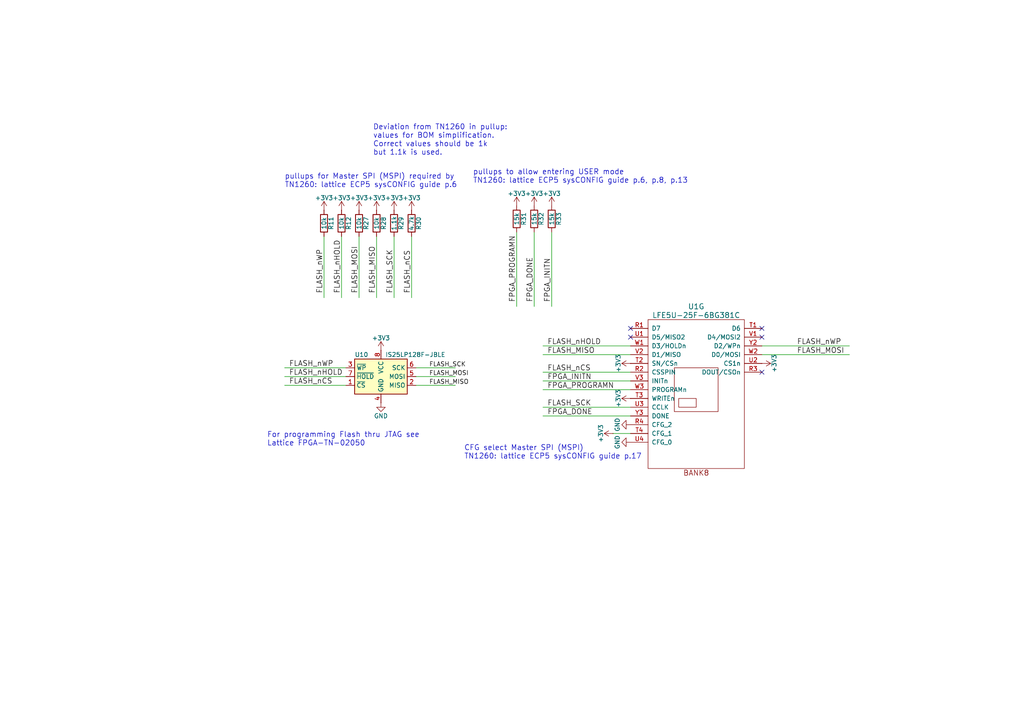
<source format=kicad_sch>
(kicad_sch (version 20250114) (generator "eeschema") (generator_version "9.0")
  (paper "A4")
  (title_block (title "FPGA Configuration - SPI Flash & Boot") (date "2025-11-30") (rev "1.0.0") (comment 2 "mode. PROGRAMN, DONE, and INITN signals for configuration control.") (comment 3 "pins. Pullups on all SPI lines per Lattice guidelines. CFG pins set for Master SPI boot") (comment 4 "IS25LP128F SPI flash for FPGA bitstream storage. Directly connected to ECP5 configuration"))
  (lib_symbols
    (symbol "Device:R" (pin_numbers (hide yes)) (pin_names (offset 0))
      (property "Reference" "R" (at 2.032 0 90))
      (property "Value" "R" (at 0 0 90))
      (symbol "R_0_1"
        (rectangle (start -1.016 -2.54) (end 1.016 2.54) (stroke (width 0.254)))
      )
      (symbol "R_1_1"
        (pin passive line (at 0 3.81 270) (length 1.27) (name "~") (number "1"))
        (pin passive line (at 0 -3.81 90) (length 1.27) (name "~") (number "2"))
      )
    )
    (symbol "Memory_EEPROM:25LCxxx"
      (property "Reference" "U" (at -7.62 6.35 0))
      (property "Value" "25LCxxx" (at 2.54 -6.35 0))
      (symbol "25LCxxx_1_1"
        (rectangle (start -7.62 5.08) (end 7.62 -5.08) (stroke (width 0.254)) (fill (type background)))
        (pin input line (at -10.16 2.54 0) (length 2.54) (name "~{WP}") (number "3"))
        (pin input line (at -10.16 0 0) (length 2.54) (name "~{HOLD}") (number "7"))
        (pin input line (at -10.16 -2.54 0) (length 2.54) (name "~{CS}") (number "1"))
        (pin power_in line (at 0 7.62 270) (length 2.54) (name "VCC") (number "8"))
        (pin power_in line (at 0 -7.62 90) (length 2.54) (name "GND") (number "4"))
        (pin input line (at 10.16 2.54 180) (length 2.54) (name "SCK") (number "6"))
        (pin input line (at 10.16 0 180) (length 2.54) (name "MOSI") (number "5"))
        (pin tri_state line (at 10.16 -2.54 180) (length 2.54) (name "MISO") (number "2"))
      )
    )
    (symbol "lfe5bg381:LFE5UM-85F-6BG381C" (pin_names (offset 1.016))
      (property "Reference" "U" (at 0 24.13 0))
      (property "Value" "LFE5UM-85F-6BG381C" (at 0 21.59 0))
      (symbol "LFE5UM-85F-6BG381C_1_1"
        (rectangle (start -13.97 20.32) (end 13.97 -17.78))
        (rectangle (start -6.35 6.35) (end 6.35 -6.35))
        (rectangle (start -5.08 5.08) (end 0 2.54))
        (text "BANK0" (at 0 -19.05 0) (effects (font (size 1.524 1.524))))
        (pin input line (at -19.05 17.78 0) (length 5.08) (name "PCLKT0_0") (number "B11"))
        (pin input line (at -19.05 15.24 0) (length 5.08) (name "PCLKT0_1") (number "A10"))
        (pin input line (at -19.05 12.7 0) (length 5.08) (name "GR_PCLK0_1") (number "A9"))
        (pin input line (at -19.05 10.16 0) (length 5.08) (name "PT58A") (number "B9"))
        (pin input line (at -19.05 7.62 0) (length 5.08) (name "PT20A") (number "D9"))
        (pin input line (at -19.05 5.08 0) (length 5.08) (name "PT18A") (number "A7"))
        (pin input line (at -19.05 2.54 0) (length 5.08) (name "PT15A") (number "C8"))
        (pin input line (at -19.05 0 0) (length 5.08) (name "PT13A") (number "E8"))
        (pin input line (at -19.05 -2.54 0) (length 5.08) (name "PT11A") (number "C6"))
        (pin input line (at -19.05 -5.08 0) (length 5.08) (name "PT9A") (number "E7"))
        (pin input line (at -19.05 -7.62 0) (length 5.08) (name "PT6A") (number "E6"))
        (pin input line (at -19.05 -10.16 0) (length 5.08) (name "PT4A") (number "A6"))
        (pin input line (at -19.05 -12.7 0) (length 5.08) (name "PT56A") (number "D10"))
        (pin input line (at -19.05 -15.24 0) (length 5.08) (name "PT54A") (number "C9"))
        (pin input line (at 19.05 17.78 180) (length 5.08) (name "PCLKC0_0") (number "C11"))
        (pin input line (at 19.05 15.24 180) (length 5.08) (name "PCLKC0_1") (number "A11"))
        (pin input line (at 19.05 12.7 180) (length 5.08) (name "GR_PCLK0_0") (number "B10"))
        (pin input line (at 19.05 10.16 180) (length 5.08) (name "PT58B") (number "C10"))
        (pin input line (at 19.05 7.62 180) (length 5.08) (name "PT20B") (number "E9"))
        (pin input line (at 19.05 5.08 180) (length 5.08) (name "PT18B") (number "A8"))
        (pin input line (at 19.05 2.54 180) (length 5.08) (name "PT15B") (number "B8"))
        (pin input line (at 19.05 0 180) (length 5.08) (name "PT13B") (number "D8"))
        (pin input line (at 19.05 -2.54 180) (length 5.08) (name "PT11B") (number "C7"))
        (pin input line (at 19.05 -5.08 180) (length 5.08) (name "PT9B") (number "D7"))
        (pin input line (at 19.05 -7.62 180) (length 5.08) (name "PT6B") (number "D6"))
        (pin input line (at 19.05 -10.16 180) (length 5.08) (name "PT4B") (number "B6"))
        (pin input line (at 19.05 -12.7 180) (length 5.08) (name "PT56B") (number "E10"))
      )
      (symbol "LFE5UM-85F-6BG381C_2_0"
        (text "BANK1" (at 0 -26.67 0) (effects (font (size 1.524 1.524))))
      )
      (symbol "LFE5UM-85F-6BG381C_2_1"
        (rectangle (start -13.97 20.32) (end 13.97 -25.4))
        (rectangle (start -6.35 6.35) (end 6.35 -6.35))
        (rectangle (start 0 5.08) (end 5.08 2.54))
        (pin input line (at -19.05 17.78 0) (length 5.08) (name "PT121A") (number "A19"))
        (pin input line (at -19.05 15.24 0) (length 5.08) (name "PT119A") (number "A18"))
        (pin input line (at -19.05 12.7 0) (length 5.08) (name "PT116A") (number "A17"))
        (pin input line (at -19.05 10.16 0) (length 5.08) (name "PT114A") (number "B17"))
        (pin input line (at -19.05 7.62 0) (length 5.08) (name "PT112A") (number "C16"))
        (pin input line (at -19.05 5.08 0) (length 5.08) (name "PT110A") (number "A16"))
        (pin input line (at -19.05 2.54 0) (length 5.08) (name "PT107A") (number "D15"))
        (pin input line (at -19.05 0 0) (length 5.08) (name "PT105A") (number "B15"))
        (pin input line (at -19.05 -2.54 0) (length 5.08) (name "PT85A") (number "D14"))
        (pin input line (at -19.05 -5.08 0) (length 5.08) (name "PT83A") (number "A14"))
        (pin input line (at -19.05 -7.62 0) (length 5.08) (name "PT80A") (number "D13"))
        (pin input line (at -19.05 -10.16 0) (length 5.08) (name "PT78A") (number "B13"))
        (pin input line (at -19.05 -12.7 0) (length 5.08) (name "PT76A") (number "A12"))
        (pin input line (at -19.05 -15.24 0) (length 5.08) (name "GR_PCLK1_0") (number "D12"))
        (pin input line (at -19.05 -17.78 0) (length 5.08) (name "PCLKT1_0") (number "B12"))
        (pin input line (at -19.05 -20.32 0) (length 5.08) (name "PCLKT1_1") (number "D11"))
        (pin input line (at -19.05 -22.86 0) (length 5.08) (name "PT103A") (number "A15"))
        (pin input line (at 19.05 17.78 180) (length 5.08) (name "PT121B") (number "B20"))
        (pin input line (at 19.05 15.24 180) (length 5.08) (name "PT119B") (number "B19"))
        (pin input line (at 19.05 12.7 180) (length 5.08) (name "PT116B") (number "B18"))
        (pin input line (at 19.05 10.16 180) (length 5.08) (name "PT114B") (number "C17"))
        (pin input line (at 19.05 7.62 180) (length 5.08) (name "PT112B") (number "D16"))
        (pin input line (at 19.05 5.08 180) (length 5.08) (name "PT110B") (number "B16"))
        (pin input line (at 19.05 2.54 180) (length 5.08) (name "PT107B") (number "E15"))
        (pin input line (at 19.05 0 180) (length 5.08) (name "PT105B") (number "C15"))
        (pin input line (at 19.05 -2.54 180) (length 5.08) (name "PT85B") (number "E14"))
        (pin input line (at 19.05 -5.08 180) (length 5.08) (name "PT83B") (number "C14"))
        (pin input line (at 19.05 -7.62 180) (length 5.08) (name "PT80B") (number "E13"))
        (pin input line (at 19.05 -10.16 180) (length 5.08) (name "PT78B") (number "C13"))
        (pin input line (at 19.05 -12.7 180) (length 5.08) (name "PT76B") (number "A13"))
        (pin input line (at 19.05 -15.24 180) (length 5.08) (name "GR_PCLK1_1") (number "E12"))
        (pin input line (at 19.05 -17.78 180) (length 5.08) (name "PCLKC1_0") (number "C12"))
        (pin input line (at 19.05 -20.32 180) (length 5.08) (name "PCLKC1_1") (number "E11"))
      )
      (symbol "LFE5UM-85F-6BG381C_3_0"
        (text "BANK2" (at 0 -26.67 0) (effects (font (size 1.524 1.524))))
      )
      (symbol "LFE5UM-85F-6BG381C_3_1"
        (rectangle (start -13.97 20.32) (end 13.97 -25.4))
        (rectangle (start -6.35 6.35) (end 6.35 -6.35))
        (rectangle (start 5.08 5.08) (end 2.54 0))
        (pin input line (at -19.05 17.78 0) (length 5.08) (name "PCLKT2_0") (number "J20"))
        (pin input line (at -19.05 15.24 0) (length 5.08) (name "PCLKT2_1") (number "J19"))
        (pin input line (at -19.05 12.7 0) (length 5.08) (name "GR_PCLK2_0") (number "J18"))
        (pin input line (at -19.05 10.16 0) (length 5.08) (name "GR_PCLK2_1") (number "G19"))
        (pin input line (at -19.05 7.62 0) (length 5.08) (name "PR38C") (number "F20"))
        (pin input line (at -19.05 5.08 0) (length 5.08) (name "PR38A") (number "E20"))
        (pin input line (at -19.05 2.54 0) (length 5.08) (name "VREF1_2") (number "D20"))
        (pin input line (at -19.05 0 0) (length 5.08) (name "PR35A") (number "C20"))
        (pin input line (at -19.05 -2.54 0) (length 5.08) (name "PR20C") (number "J17"))
        (pin input line (at -19.05 -5.08 0) (length 5.08) (name "PR20A") (number "H18"))
        (pin input line (at -19.05 -7.62 0) (length 5.08) (name "PR17C") (number "G16"))
        (pin input line (at -19.05 -10.16 0) (length 5.08) (name "PR17A") (number "F17"))
        (pin input line (at -19.05 -12.7 0) (length 5.08) (name "PR14C") (number "E18"))
        (pin input line (at -19.05 -15.24 0) (length 5.08) (name "PR14A") (number "D18"))
        (pin input line (at -19.05 -17.78 0) (length 5.08) (name "PR11C") (number "E16"))
        (pin input line (at -19.05 -20.32 0) (length 5.08) (name "PR11A") (number "C18"))
        (pin input line (at -19.05 -22.86 0) (length 5.08) (name "PR29A") (number "K16"))
        (pin input line (at 19.05 17.78 180) (length 5.08) (name "PCLKC2_0") (number "K20"))
        (pin input line (at 19.05 15.24 180) (length 5.08) (name "PCLKC2_1") (number "K19"))
        (pin input line (at 19.05 12.7 180) (length 5.08) (name "PR41D") (number "K18"))
        (pin input line (at 19.05 10.16 180) (length 5.08) (name "PR41B") (number "H20"))
        (pin input line (at 19.05 7.62 180) (length 5.08) (name "PR38D") (number "G20"))
        (pin input line (at 19.05 5.08 180) (length 5.08) (name "PR38B") (number "F19"))
        (pin input line (at 19.05 2.54 180) (length 5.08) (name "PR35D") (number "E19"))
        (pin input line (at 19.05 0 180) (length 5.08) (name "PR35B") (number "D19"))
        (pin input line (at 19.05 -2.54 180) (length 5.08) (name "PR20D") (number "J16"))
        (pin input line (at 19.05 -5.08 180) (length 5.08) (name "PR20B") (number "H17"))
        (pin input line (at 19.05 -7.62 180) (length 5.08) (name "PR17D") (number "H16"))
        (pin input line (at 19.05 -10.16 180) (length 5.08) (name "PR17B") (number "G18"))
        (pin input line (at 19.05 -12.7 180) (length 5.08) (name "PR14D") (number "F18"))
        (pin input line (at 19.05 -15.24 180) (length 5.08) (name "PR14B") (number "E17"))
        (pin input line (at 19.05 -17.78 180) (length 5.08) (name "PR11D") (number "F16"))
        (pin input line (at 19.05 -20.32 180) (length 5.08) (name "PR11B") (number "D17"))
        (pin input line (at 19.05 -22.86 180) (length 5.08) (name "PR29B") (number "K17"))
      )
      (symbol "LFE5UM-85F-6BG381C_4_0"
        (text "BANK3" (at 0 -26.67 0) (effects (font (size 1.524 1.524))))
      )
      (symbol "LFE5UM-85F-6BG381C_4_1"
        (rectangle (start -13.97 20.32) (end 13.97 -25.4))
        (rectangle (start -6.35 6.35) (end 6.35 -6.35))
        (rectangle (start 2.54 0) (end 5.08 -5.08))
        (pin input line (at -19.05 17.78 0) (length 5.08) (name "GPLL0T_IN") (number "U16"))
        (pin input line (at -19.05 15.24 0) (length 5.08) (name "PR92A") (number "U18"))
        (pin input line (at -19.05 12.7 0) (length 5.08) (name "PR89C") (number "U19"))
        (pin input line (at -19.05 10.16 0) (length 5.08) (name "PR89A") (number "T19"))
        (pin input line (at -19.05 7.62 0) (length 5.08) (name "PR86C") (number "T20"))
        (pin input line (at -19.05 5.08 0) (length 5.08) (name "PR86A") (number "P20"))
        (pin input line (at -19.05 2.54 0) (length 5.08) (name "PR83C") (number "P19"))
        (pin input line (at -19.05 0 0) (length 5.08) (name "PR83A") (number "N19"))
        (pin input line (at -19.05 -2.54 0) (length 5.08) (name "PR56C") (number "R16"))
        (pin input line (at -19.05 -5.08 0) (length 5.08) (name "PR56A") (number "N17"))
        (pin input line (at -19.05 -7.62 0) (length 5.08) (name "PR53C") (number "N18"))
        (pin input line (at -19.05 -10.16 0) (length 5.08) (name "PR53A") (number "N16"))
        (pin input line (at -19.05 -12.7 0) (length 5.08) (name "GR_PCLK3_1") (number "L18"))
        (pin input line (at -19.05 -15.24 0) (length 5.08) (name "GR_PCLK3_0") (number "L16"))
        (pin input line (at -19.05 -17.78 0) (length 5.08) (name "PCLKT3_0") (number "L19"))
        (pin input line (at -19.05 -20.32 0) (length 5.08) (name "PCLKT3_1") (number "L20"))
        (pin input line (at -19.05 -22.86 0) (length 5.08) (name "PR77A") (number "T16"))
        (pin input line (at 19.05 17.78 180) (length 5.08) (name "GPLL0C_IN") (number "T17"))
        (pin input line (at 19.05 15.24 180) (length 5.08) (name "PR92B") (number "U17"))
        (pin input line (at 19.05 12.7 180) (length 5.08) (name "PR89D") (number "T18"))
        (pin input line (at 19.05 10.16 180) (length 5.08) (name "PR89B") (number "R18"))
        (pin input line (at 19.05 7.62 180) (length 5.08) (name "PR86D") (number "U20"))
        (pin input line (at 19.05 5.08 180) (length 5.08) (name "PR86B") (number "R20"))
        (pin input line (at 19.05 2.54 180) (length 5.08) (name "PR83D") (number "P18"))
        (pin input line (at 19.05 0 180) (length 5.08) (name "PR83B") (number "N20"))
        (pin input line (at 19.05 -2.54 180) (length 5.08) (name "PR56D") (number "R17"))
        (pin input line (at 19.05 -5.08 180) (length 5.08) (name "VREF1_3") (number "P16"))
        (pin input line (at 19.05 -7.62 180) (length 5.08) (name "PR53D") (number "P17"))
        (pin input line (at 19.05 -10.16 180) (length 5.08) (name "PR53B") (number "M17"))
        (pin input line (at 19.05 -12.7 180) (length 5.08) (name "PR50D") (number "M18"))
        (pin input line (at 19.05 -15.24 180) (length 5.08) (name "PR50B") (number "L17"))
        (pin input line (at 19.05 -17.78 180) (length 5.08) (name "PCLKC3_0") (number "M19"))
        (pin input line (at 19.05 -20.32 180) (length 5.08) (name "PCLKC3_1") (number "M20"))
      )
      (symbol "LFE5UM-85F-6BG381C_5_0"
        (text "BANK6" (at 0 -26.67 0) (effects (font (size 1.524 1.524))))
      )
      (symbol "LFE5UM-85F-6BG381C_5_1"
        (rectangle (start -13.97 20.32) (end 13.97 -25.4))
        (rectangle (start -6.35 6.35) (end 6.35 -6.35))
        (rectangle (start -5.08 0) (end -2.54 -5.08))
        (pin input line (at -19.05 17.78 0) (length 5.08) (name "PCLKT6_0") (number "H2"))
        (pin input line (at -19.05 15.24 0) (length 5.08) (name "PCLKT6_1") (number "G2"))
        (pin input line (at -19.05 12.7 0) (length 5.08) (name "GR_PCLK6_1") (number "J3"))
        (pin input line (at -19.05 10.16 0) (length 5.08) (name "GR_PCLK6_0") (number "J4"))
        (pin input line (at -19.05 7.62 0) (length 5.08) (name "PL53C") (number "H1"))
        (pin input line (at -19.05 5.08 0) (length 5.08) (name "PL53A") (number "K2"))
        (pin input line (at -19.05 2.54 0) (length 5.08) (name "PL56C") (number "L4"))
        (pin input line (at -19.05 0 0) (length 5.08) (name "PL56A") (number "K4"))
        (pin input line (at -19.05 -2.54 0) (length 5.08) (name "PL83C") (number "N4"))
        (pin input line (at -19.05 -5.08 0) (length 5.08) (name "PL83A") (number "M4"))
        (pin input line (at -19.05 -7.62 0) (length 5.08) (name "PL86C") (number "L3"))
        (pin input line (at -19.05 -10.16 0) (length 5.08) (name "PL86A") (number "N3"))
        (pin input line (at -19.05 -12.7 0) (length 5.08) (name "PL65C") (number "L1"))
        (pin input line (at -19.05 -15.24 0) (length 5.08) (name "PL65A") (number "N2"))
        (pin input line (at -19.05 -17.78 0) (length 5.08) (name "GPLL0T_IN") (number "P3"))
        (pin input line (at -19.05 -20.32 0) (length 5.08) (name "PL92A") (number "P1"))
        (pin input line (at -19.05 -22.86 0) (length 5.08) (name "PL77A") (number "M5"))
        (pin input line (at 19.05 17.78 180) (length 5.08) (name "PCLKC6_0") (number "G1"))
        (pin input line (at 19.05 15.24 180) (length 5.08) (name "PCLKC6_1") (number "F1"))
        (pin input line (at 19.05 12.7 180) (length 5.08) (name "PL50D") (number "K3"))
        (pin input line (at 19.05 10.16 180) (length 5.08) (name "PL50B") (number "J5"))
        (pin input line (at 19.05 7.62 180) (length 5.08) (name "PL53D") (number "K1"))
        (pin input line (at 19.05 5.08 180) (length 5.08) (name "PL53B") (number "J1"))
        (pin input line (at 19.05 2.54 180) (length 5.08) (name "PL56D") (number "L5"))
        (pin input line (at 19.05 0 180) (length 5.08) (name "VREF1_6") (number "K5"))
        (pin input line (at 19.05 -2.54 180) (length 5.08) (name "PL83D") (number "P5"))
        (pin input line (at 19.05 -5.08 180) (length 5.08) (name "PL83B") (number "N5"))
        (pin input line (at 19.05 -7.62 180) (length 5.08) (name "PL86D") (number "L2"))
        (pin input line (at 19.05 -10.16 180) (length 5.08) (name "PL86B") (number "M3"))
        (pin input line (at 19.05 -12.7 180) (length 5.08) (name "PL89D") (number "N1"))
        (pin input line (at 19.05 -15.24 180) (length 5.08) (name "PL89B") (number "M1"))
        (pin input line (at 19.05 -17.78 180) (length 5.08) (name "GPLL0C_IN") (number "P4"))
        (pin input line (at 19.05 -20.32 180) (length 5.08) (name "PL92B") (number "P2"))
      )
      (symbol "LFE5UM-85F-6BG381C_6_0"
        (text "BANK7" (at 0 -24.13 0) (effects (font (size 1.524 1.524))))
      )
      (symbol "LFE5UM-85F-6BG381C_6_1"
        (rectangle (start -13.97 20.32) (end 13.97 -22.86))
        (rectangle (start -6.35 6.35) (end 6.35 -6.35))
        (rectangle (start -5.08 5.08) (end -2.54 0))
        (pin input line (at -19.05 17.78 0) (length 5.08) (name "PL11C") (number "B5"))
        (pin input line (at -19.05 15.24 0) (length 5.08) (name "PL11A") (number "A4"))
        (pin input line (at -19.05 12.7 0) (length 5.08) (name "PL14C") (number "A3"))
        (pin input line (at -19.05 10.16 0) (length 5.08) (name "PL14A") (number "C4"))
        (pin input line (at -19.05 7.62 0) (length 5.08) (name "PL17C") (number "C3"))
        (pin input line (at -19.05 5.08 0) (length 5.08) (name "PL17A") (number "E4"))
        (pin input line (at -19.05 2.54 0) (length 5.08) (name "PL20C") (number "E5"))
        (pin input line (at -19.05 0 0) (length 5.08) (name "PL20A") (number "F4"))
        (pin input line (at -19.05 -2.54 0) (length 5.08) (name "VREF1_7") (number "B2"))
        (pin input line (at -19.05 -5.08 0) (length 5.08) (name "PL35A") (number "A2"))
        (pin input line (at -19.05 -7.62 0) (length 5.08) (name "PL38C") (number "D2"))
        (pin input line (at -19.05 -10.16 0) (length 5.08) (name "PL38A") (number "C1"))
        (pin input line (at -19.05 -12.7 0) (length 5.08) (name "GR_PCLK7_0") (number "H5"))
        (pin input line (at -19.05 -15.24 0) (length 5.08) (name "GR_PCLK7_1") (number "H4"))
        (pin input line (at -19.05 -17.78 0) (length 5.08) (name "PCLKT7_0") (number "F2"))
        (pin input line (at -19.05 -20.32 0) (length 5.08) (name "PCLKT7_1") (number "G3"))
        (pin input line (at 19.05 17.78 180) (length 5.08) (name "PL11D") (number "C5"))
        (pin input line (at 19.05 15.24 180) (length 5.08) (name "PL11B") (number "A5"))
        (pin input line (at 19.05 12.7 180) (length 5.08) (name "PL14D") (number "B3"))
        (pin input line (at 19.05 10.16 180) (length 5.08) (name "PL14B") (number "B4"))
        (pin input line (at 19.05 7.62 180) (length 5.08) (name "PL17D") (number "D3"))
        (pin input line (at 19.05 5.08 180) (length 5.08) (name "PL17B") (number "D5"))
        (pin input line (at 19.05 2.54 180) (length 5.08) (name "PL20D") (number "F5"))
        (pin input line (at 19.05 0 180) (length 5.08) (name "PL20B") (number "E3"))
        (pin input line (at 19.05 -2.54 180) (length 5.08) (name "PL35D") (number "C2"))
        (pin input line (at 19.05 -5.08 180) (length 5.08) (name "PL35B") (number "B1"))
        (pin input line (at 19.05 -7.62 180) (length 5.08) (name "PL38D") (number "E1"))
        (pin input line (at 19.05 -10.16 180) (length 5.08) (name "PL38B") (number "D1"))
        (pin input line (at 19.05 -12.7 180) (length 5.08) (name "PL41D") (number "H3"))
        (pin input line (at 19.05 -15.24 180) (length 5.08) (name "PL41B") (number "G5"))
        (pin input line (at 19.05 -17.78 180) (length 5.08) (name "PCLKC7_0") (number "E2"))
        (pin input line (at 19.05 -20.32 180) (length 5.08) (name "PCLKC7_1") (number "F3"))
      )
      (symbol "LFE5UM-85F-6BG381C_7_0"
        (text "BANK8" (at 0 -24.13 0) (effects (font (size 1.524 1.524))))
      )
      (symbol "LFE5UM-85F-6BG381C_7_1"
        (rectangle (start -13.97 20.32) (end 13.97 -22.86))
        (rectangle (start -6.35 6.35) (end 6.35 -6.35))
        (rectangle (start -5.08 -5.08) (end 0 -2.54))
        (pin input line (at -19.05 17.78 0) (length 5.08) (name "D7") (number "R1"))
        (pin input line (at -19.05 15.24 0) (length 5.08) (name "D5/MISO2") (number "U1"))
        (pin input line (at -19.05 12.7 0) (length 5.08) (name "D3/HOLDn") (number "W1"))
        (pin input line (at -19.05 10.16 0) (length 5.08) (name "D1/MISO") (number "V2"))
        (pin input line (at -19.05 7.62 0) (length 5.08) (name "SN/CSn") (number "T2"))
        (pin input line (at -19.05 5.08 0) (length 5.08) (name "CSSPIN") (number "R2"))
        (pin input line (at -19.05 2.54 0) (length 5.08) (name "INITn") (number "V3"))
        (pin input line (at -19.05 0 0) (length 5.08) (name "PROGRAMn") (number "W3"))
        (pin input line (at -19.05 -2.54 0) (length 5.08) (name "WRITEn") (number "T3"))
        (pin input line (at -19.05 -5.08 0) (length 5.08) (name "CCLK") (number "U3"))
        (pin input line (at -19.05 -7.62 0) (length 5.08) (name "DONE") (number "Y3"))
        (pin input line (at -19.05 -10.16 0) (length 5.08) (name "CFG_2") (number "R4"))
        (pin input line (at -19.05 -12.7 0) (length 5.08) (name "CFG_1") (number "T4"))
        (pin input line (at -19.05 -15.24 0) (length 5.08) (name "CFG_0") (number "U4"))
        (pin input line (at 19.05 17.78 180) (length 5.08) (name "D6") (number "T1"))
        (pin input line (at 19.05 15.24 180) (length 5.08) (name "D4/MOSI2") (number "V1"))
        (pin input line (at 19.05 12.7 180) (length 5.08) (name "D2/WPn") (number "Y2"))
        (pin input line (at 19.05 10.16 180) (length 5.08) (name "D0/MOSI") (number "W2"))
        (pin input line (at 19.05 7.62 180) (length 5.08) (name "CS1n") (number "U2"))
        (pin input line (at 19.05 5.08 180) (length 5.08) (name "DOUT/CSOn") (number "R3"))
      )
      (symbol "LFE5UM-85F-6BG381C_8_0"
        (text "BANK50,51" (at 0 -27.94 0) (effects (font (size 1.524 1.524))))
        (text "SERDES" (at 0 -30.48 0) (effects (font (size 1.524 1.524))))
      )
      (symbol "LFE5UM-85F-6BG381C_8_1"
        (rectangle (start -16.51 25.4) (end 16.51 -26.67))
        (rectangle (start -6.35 6.35) (end 6.35 -6.35))
        (rectangle (start 3.81 -5.08) (end -3.81 -3.81))
        (pin input line (at -21.59 22.86 0) (length 5.08) (name "REFCLKP_D0") (number "Y11"))
        (pin input line (at -21.59 20.32 0) (length 5.08) (name "HDTXP0_D0CH0") (number "W4"))
        (pin input line (at -21.59 17.78 0) (length 5.08) (name "HDRXP0_D0CH0") (number "Y5"))
        (pin input line (at -21.59 15.24 0) (length 5.08) (name "HDTXP0_D0CH1") (number "W8"))
        (pin input line (at -21.59 12.7 0) (length 5.08) (name "HDRXP0_D0CH1") (number "Y7"))
        (pin input line (at -21.59 8.89 0) (length 5.08) (name "VCCHTX0_D0CH0") (number "T7"))
        (pin input line (at -21.59 6.35 0) (length 5.08) (name "VCCHRX0_D0CH0") (number "T8"))
        (pin input line (at -21.59 3.81 0) (length 5.08) (name "VCCA0") (number "T6"))
        (pin input line (at -21.59 1.27 0) (length 5.08) (name "VCCA0") (number "U6"))
        (pin input line (at -21.59 -2.54 0) (length 5.08) (name "VCCA1") (number "T15"))
        (pin input line (at -21.59 -5.08 0) (length 5.08) (name "VCCA1") (number "U15"))
        (pin input line (at -21.59 -7.62 0) (length 5.08) (name "VCCHTX0_D1CH0") (number "T11"))
        (pin input line (at -21.59 -10.16 0) (length 5.08) (name "VCCHRX0_D1CH0") (number "T12"))
        (pin input line (at -21.59 -13.97 0) (length 5.08) (name "REFCLKP_D1") (number "Y19"))
        (pin input line (at -21.59 -16.51 0) (length 5.08) (name "HDTXP0_D1CH0") (number "W13"))
        (pin input line (at -21.59 -19.05 0) (length 5.08) (name "HDRXP0_D1CH0") (number "Y14"))
        (pin input line (at -21.59 -21.59 0) (length 5.08) (name "HDTXP0_D1CH1") (number "W17"))
        (pin input line (at -21.59 -24.13 0) (length 5.08) (name "HDRXP0_D1CH1") (number "Y16"))
        (pin input line (at 21.59 22.86 180) (length 5.08) (name "REFCLKN_D0") (number "Y12"))
        (pin input line (at 21.59 20.32 180) (length 5.08) (name "HDTXN0_D0CH0") (number "W5"))
        (pin input line (at 21.59 17.78 180) (length 5.08) (name "HDRXN0_D0CH0") (number "Y6"))
        (pin input line (at 21.59 15.24 180) (length 5.08) (name "HDTXN0_D0CH1") (number "W9"))
        (pin input line (at 21.59 12.7 180) (length 5.08) (name "HDRXN0_D0CH1") (number "Y8"))
        (pin input line (at 21.59 8.89 180) (length 5.08) (name "VCCHTX0_D0CH1") (number "T10"))
        (pin input line (at 21.59 6.35 180) (length 5.08) (name "VCCHRX0_D0CH1") (number "T9"))
        (pin input line (at 21.59 3.81 180) (length 5.08) (name "VCCAUXA0") (number "V10"))
        (pin input line (at 21.59 1.27 180) (length 5.08) (name "VCCAUXA0") (number "V11"))
        (pin input line (at 21.59 -2.54 180) (length 5.08) (name "VCCAUXA1") (number "V17"))
        (pin input line (at 21.59 -5.08 180) (length 5.08) (name "VCCAUXA1") (number "V18"))
        (pin input line (at 21.59 -7.62 180) (length 5.08) (name "VCCHTX0_D1CH1") (number "T14"))
        (pin input line (at 21.59 -10.16 180) (length 5.08) (name "VCCHRX0_D1CH1") (number "T13"))
        (pin input line (at 21.59 -13.97 180) (length 5.08) (name "REFCLKN_D1") (number "W20"))
        (pin input line (at 21.59 -16.51 180) (length 5.08) (name "HDTXN0_D1CH0") (number "W14"))
        (pin input line (at 21.59 -19.05 180) (length 5.08) (name "HDRXN0_D1CH0") (number "Y15"))
        (pin input line (at 21.59 -21.59 180) (length 5.08) (name "HDTXN0_D1CH1") (number "W18"))
        (pin input line (at 21.59 -24.13 180) (length 5.08) (name "HDRXN0_D1CH1") (number "Y17"))
      )
      (symbol "LFE5UM-85F-6BG381C_9_1"
        (rectangle (start -109.22 11.43) (end 118.11 -12.7))
        (rectangle (start -6.35 6.35) (end 6.35 -6.35))
        (rectangle (start -2.54 2.54) (end 2.54 -2.54))
        (text "POWER" (at 0 3.81 0) (effects (font (size 1.524 1.524))))
        (pin input line (at -106.68 16.51 270) (length 5.08) (name "VCC") (number "H13"))
        (pin input line (at -104.14 16.51 270) (length 5.08) (name "VCC") (number "J13"))
        (pin input line (at -101.6 16.51 270) (length 5.08) (name "VCC") (number "K13"))
        (pin input line (at -99.06 16.51 270) (length 5.08) (name "VCC") (number "L13"))
        (pin input line (at -97.79 -17.78 90) (length 5.08) (name "GND") (number "C19"))
        (pin input line (at -96.52 16.51 270) (length 5.08) (name "VCC") (number "M13"))
        (pin input line (at -95.25 -17.78 90) (length 5.08) (name "GND") (number "H19"))
        (pin input line (at -93.98 16.51 270) (length 5.08) (name "VCC") (number "N13"))
        (pin input line (at -92.71 -17.78 90) (length 5.08) (name "GND") (number "R19"))
        (pin input line (at -91.44 16.51 270) (length 5.08) (name "VCC") (number "H12"))
        (pin input line (at -90.17 -17.78 90) (length 5.08) (name "GND") (number "G17"))
        (pin input line (at -88.9 16.51 270) (length 5.08) (name "VCC") (number "N12"))
        (pin input line (at -87.63 -17.78 90) (length 5.08) (name "GND") (number "M16"))
        (pin input line (at -86.36 16.51 270) (length 5.08) (name "VCC") (number "H11"))
        (pin input line (at -85.09 -17.78 90) (length 5.08) (name "GND") (number "G15"))
        (pin input line (at -83.82 16.51 270) (length 5.08) (name "VCC") (number "N11"))
        (pin input line (at -82.55 -17.78 90) (length 5.08) (name "GND") (number "K15"))
        (pin input line (at -81.28 16.51 270) (length 5.08) (name "VCC") (number "H10"))
        (pin input line (at -80.01 -17.78 90) (length 5.08) (name "GND") (number "N15"))
        (pin input line (at -78.74 16.51 270) (length 5.08) (name "VCC") (number "N10"))
        (pin input line (at -77.47 -17.78 90) (length 5.08) (name "GND") (number "B14"))
        (pin input line (at -76.2 16.51 270) (length 5.08) (name "VCC") (number "H9"))
        (pin input line (at -74.93 -17.78 90) (length 5.08) (name "GND") (number "F14"))
        (pin input line (at -73.66 16.51 270) (length 5.08) (name "VCC") (number "N9"))
        (pin input line (at -72.39 -17.78 90) (length 5.08) (name "GND") (number "G14"))
        (pin input line (at -71.12 16.51 270) (length 5.08) (name "VCC") (number "H8"))
        (pin input line (at -69.85 -17.78 90) (length 5.08) (name "GND") (number "J14"))
        (pin input line (at -68.58 16.51 270) (length 5.08) (name "VCC") (number "J8"))
        (pin input line (at -67.31 -17.78 90) (length 5.08) (name "GND") (number "K14"))
        (pin input line (at -66.04 16.51 270) (length 5.08) (name "VCC") (number "K8"))
        (pin input line (at -64.77 -17.78 90) (length 5.08) (name "GND") (number "M14"))
        (pin input line (at -63.5 16.51 270) (length 5.08) (name "VCC") (number "L8"))
        (pin input line (at -62.23 -17.78 90) (length 5.08) (name "GND") (number "N14"))
        (pin input line (at -60.96 16.51 270) (length 5.08) (name "VCC") (number "M8"))
        (pin input line (at -59.69 -17.78 90) (length 5.08) (name "GND") (number "P14"))
        (pin input line (at -58.42 16.51 270) (length 5.08) (name "VCC") (number "N8"))
        (pin input line (at -57.15 -17.78 90) (length 5.08) (name "GND") (number "F13"))
        (pin input line (at -54.61 -17.78 90) (length 5.08) (name "GND") (number "G13"))
        (pin input line (at -53.34 16.51 270) (length 5.08) (name "VCCAUX") (number "F15"))
        (pin input line (at -52.07 -17.78 90) (length 5.08) (name "GND") (number "P13"))
        (pin input line (at -50.8 16.51 270) (length 5.08) (name "VCCAUX") (number "P15"))
        (pin input line (at -49.53 -17.78 90) (length 5.08) (name "GND") (number "G12"))
        (pin input line (at -48.26 16.51 270) (length 5.08) (name "VCCAUX") (number "F6"))
        (pin input line (at -46.99 -17.78 90) (length 5.08) (name "GND") (number "J12"))
        (pin input line (at -45.72 16.51 270) (length 5.08) (name "VCCAUX") (number "P6"))
        (pin input line (at -44.45 -17.78 90) (length 5.08) (name "GND") (number "K12"))
        (pin input line (at -41.91 -17.78 90) (length 5.08) (name "GND") (number "L12"))
        (pin input line (at -40.64 16.51 270) (length 5.08) (name "VCCio0") (number "F10"))
        (pin input line (at -39.37 -17.78 90) (length 5.08) (name "GND") (number "M12"))
        (pin input line (at -38.1 16.51 270) (length 5.08) (name "VCCio0") (number "F9"))
        (pin input line (at -36.83 -17.78 90) (length 5.08) (name "GND") (number "P12"))
        (pin input line (at -34.29 -17.78 90) (length 5.08) (name "GND") (number "G11"))
        (pin input line (at -33.02 16.51 270) (length 5.08) (name "VCCio1") (number "F12"))
        (pin input line (at -31.75 -17.78 90) (length 5.08) (name "GND") (number "J11"))
        (pin input line (at -30.48 16.51 270) (length 5.08) (name "VCCio1") (number "F11"))
        (pin input line (at -29.21 -17.78 90) (length 5.08) (name "GND") (number "K11"))
        (pin input line (at -26.67 -17.78 90) (length 5.08) (name "GND") (number "L11"))
        (pin input line (at -25.4 16.51 270) (length 5.08) (name "VCCio2") (number "H15"))
        (pin input line (at -24.13 -17.78 90) (length 5.08) (name "GND") (number "M11"))
        (pin input line (at -22.86 16.51 270) (length 5.08) (name "VCCio2") (number "J15"))
        (pin input line (at -21.59 -17.78 90) (length 5.08) (name "GND") (number "P11"))
        (pin input line (at -20.32 16.51 270) (length 5.08) (name "VCCio2") (number "H14"))
        (pin input line (at -19.05 -17.78 90) (length 5.08) (name "GND") (number "G10"))
        (pin input line (at -16.51 -17.78 90) (length 5.08) (name "GND") (number "J10"))
        (pin input line (at -15.24 16.51 270) (length 5.08) (name "VCCio3") (number "L15"))
        (pin input line (at -13.97 -17.78 90) (length 5.08) (name "GND") (number "K10"))
        (pin input line (at -12.7 16.51 270) (length 5.08) (name "VCCio3") (number "M15"))
        (pin input line (at -11.43 -17.78 90) (length 5.08) (name "GND") (number "L10"))
        (pin input line (at -10.16 16.51 270) (length 5.08) (name "VCCio3") (number "L14"))
        (pin input line (at -8.89 -17.78 90) (length 5.08) (name "GND") (number "M10"))
        (pin input line (at -6.35 -17.78 90) (length 5.08) (name "GND") (number "G9"))
        (pin input line (at -3.81 -17.78 90) (length 5.08) (name "GND") (number "J9"))
        (pin input line (at -1.27 -17.78 90) (length 5.08) (name "GND") (number "K9"))
        (pin input line (at 1.27 -17.78 90) (length 5.08) (name "GND") (number "L9"))
        (pin input line (at 3.81 -17.78 90) (length 5.08) (name "GND") (number "M9"))
        (pin input line (at 6.35 -17.78 90) (length 5.08) (name "GND") (number "F8"))
        (pin input line (at 8.89 -17.78 90) (length 5.08) (name "GND") (number "G8"))
        (pin input line (at 11.43 -17.78 90) (length 5.08) (name "GND") (number "P8"))
        (pin input line (at 13.97 -17.78 90) (length 5.08) (name "GND") (number "B7"))
        (pin input line (at 16.51 16.51 270) (length 5.08) (name "VCCio6") (number "L7"))
        (pin input line (at 16.51 -17.78 90) (length 5.08) (name "GND") (number "F7"))
        (pin input line (at 19.05 16.51 270) (length 5.08) (name "VCCio6") (number "L6"))
        (pin input line (at 19.05 -17.78 90) (length 5.08) (name "GND") (number "G7"))
        (pin input line (at 21.59 16.51 270) (length 5.08) (name "VCCio6") (number "M6"))
        (pin input line (at 21.59 -17.78 90) (length 5.08) (name "GND") (number "J7"))
        (pin input line (at 24.13 -17.78 90) (length 5.08) (name "GND") (number "K7"))
        (pin input line (at 26.67 16.51 270) (length 5.08) (name "VCCio7") (number "H7"))
        (pin input line (at 26.67 -17.78 90) (length 5.08) (name "GND") (number "M7"))
        (pin input line (at 29.21 16.51 270) (length 5.08) (name "VCCio7") (number "H6"))
        (pin input line (at 29.21 -17.78 90) (length 5.08) (name "GND") (number "N7"))
        (pin input line (at 31.75 16.51 270) (length 5.08) (name "VCCio7") (number "J6"))
        (pin input line (at 31.75 -17.78 90) (length 5.08) (name "GND") (number "P7"))
        (pin input line (at 34.29 -17.78 90) (length 5.08) (name "GND") (number "G6"))
        (pin input line (at 36.83 16.51 270) (length 5.08) (name "VCCio8") (number "P10"))
        (pin input line (at 36.83 -17.78 90) (length 5.08) (name "GND") (number "K6"))
        (pin input line (at 39.37 16.51 270) (length 5.08) (name "VCCio8") (number "P9"))
        (pin input line (at 39.37 -17.78 90) (length 5.08) (name "GND") (number "N6"))
        (pin input line (at 41.91 -17.78 90) (length 5.08) (name "GND") (number "D4"))
        (pin input line (at 44.45 -17.78 90) (length 5.08) (name "GND") (number "G4"))
        (pin input line (at 46.99 -17.78 90) (length 5.08) (name "GND") (number "J2"))
        (pin input line (at 49.53 -17.78 90) (length 5.08) (name "GND") (number "M2"))
        (pin input line (at 52.07 -17.78 90) (length 5.08) (name "GND") (number "V7"))
        (pin input line (at 54.61 -17.78 90) (length 5.08) (name "GND") (number "V8"))
        (pin input line (at 57.15 -17.78 90) (length 5.08) (name "GND") (number "V9"))
        (pin input line (at 59.69 -17.78 90) (length 5.08) (name "GND") (number "U7"))
        (pin input line (at 62.23 -17.78 90) (length 5.08) (name "GND") (number "U8"))
        (pin input line (at 64.77 -17.78 90) (length 5.08) (name "GND") (number "U9"))
        (pin input line (at 67.31 -17.78 90) (length 5.08) (name "GND") (number "U10"))
        (pin input line (at 69.85 -17.78 90) (length 5.08) (name "GND") (number "V20"))
        (pin input line (at 72.39 -17.78 90) (length 5.08) (name "GND") (number "V5"))
        (pin input line (at 74.93 -17.78 90) (length 5.08) (name "GND") (number "W6"))
        (pin input line (at 77.47 -17.78 90) (length 5.08) (name "GND") (number "V6"))
        (pin input line (at 80.01 -17.78 90) (length 5.08) (name "GND") (number "W7"))
        (pin input line (at 82.55 -17.78 90) (length 5.08) (name "GND") (number "V15"))
        (pin input line (at 85.09 -17.78 90) (length 5.08) (name "GND") (number "W16"))
        (pin input line (at 87.63 -17.78 90) (length 5.08) (name "GND") (number "V16"))
        (pin input line (at 90.17 -17.78 90) (length 5.08) (name "GND") (number "W19"))
        (pin input line (at 92.71 -17.78 90) (length 5.08) (name "GND") (number "V19"))
        (pin input line (at 95.25 -17.78 90) (length 5.08) (name "GND") (number "V14"))
        (pin input line (at 97.79 -17.78 90) (length 5.08) (name "GND") (number "U14"))
        (pin input line (at 100.33 -17.78 90) (length 5.08) (name "GND") (number "W15"))
        (pin input line (at 102.87 -17.78 90) (length 5.08) (name "GND") (number "U13"))
        (pin input line (at 105.41 -17.78 90) (length 5.08) (name "GND") (number "V13"))
        (pin input line (at 107.95 -17.78 90) (length 5.08) (name "GND") (number "U12"))
        (pin input line (at 110.49 -17.78 90) (length 5.08) (name "GND") (number "V12"))
        (pin input line (at 113.03 -17.78 90) (length 5.08) (name "GND") (number "W12"))
        (pin input line (at 115.57 -17.78 90) (length 5.08) (name "GND") (number "U11"))
      )
      (symbol "LFE5UM-85F-6BG381C_10_0"
        (text "JTAG" (at 0 1.27 0) (effects (font (size 1.524 1.524))))
      )
      (symbol "LFE5UM-85F-6BG381C_10_1"
        (rectangle (start -12.7 6.35) (end 7.62 -6.35))
        (text "PROG" (at 0 -1.27 0) (effects (font (size 1.524 1.524))))
        (pin input line (at -17.78 3.81 0) (length 5.08) (name "TDI") (number "R5"))
        (pin input line (at -17.78 1.27 0) (length 5.08) (name "TDO") (number "V4"))
        (pin input line (at -17.78 -1.27 0) (length 5.08) (name "TCK") (number "T5"))
        (pin input line (at -17.78 -3.81 0) (length 5.08) (name "TMS") (number "U5"))
      )
    )
    (symbol "power:+3V3" (power) (pin_numbers (hide yes)) (pin_names (offset 0) (hide yes))
      (property "Value" "+3V3" (at 0 3.556 0))
      (symbol "+3V3_0_1"
        (polyline (pts (xy -0.762 1.27) (xy 0 2.54)))
        (polyline (pts (xy 0 2.54) (xy 0.762 1.27)))
        (polyline (pts (xy 0 0) (xy 0 2.54)))
      )
      (symbol "+3V3_1_1"
        (pin power_in line (at 0 0 90) (length 0) (name "~") (number "1"))
      )
    )
    (symbol "power:GND" (power) (pin_numbers (hide yes)) (pin_names (offset 0) (hide yes))
      (property "Value" "GND" (at 0 -3.81 0))
      (symbol "GND_0_1"
        (polyline (pts (xy 0 0) (xy 0 -1.27) (xy 1.27 -1.27) (xy 0 -2.54) (xy -1.27 -1.27) (xy 0 -1.27)))
      )
      (symbol "GND_1_1"
        (pin power_in line (at 0 0 270) (length 0) (name "~") (number "1"))
      )
    )
  )
  (text "pullups to allow entering USER mode\nTN1260: lattice ECP5 sysCONFIG guide p.6, p.8, p.13" (at 137.16 53.34 0) (effects (font (size 1.524 1.524)) (justify left bottom)))
  (text "pullups for Master SPI (MSPI) required by\nTN1260: lattice ECP5 sysCONFIG guide p.6" (at 82.55 54.61 0) (effects (font (size 1.524 1.524)) (justify left bottom)))
  (text "Deviation from TN1260 in pullup:\nvalues for BOM simplification.\nCorrect values should be 1k \nbut 1.1k is used." (at 108.204 45.212 0) (effects (font (size 1.524 1.524)) (justify left bottom)))
  (text "CFG select Master SPI (MSPI)\nTN1260: lattice ECP5 sysCONFIG guide p.17" (at 134.62 133.35 0) (effects (font (size 1.524 1.524)) (justify left bottom)))
  (text "For programming Flash thru JTAG see\nLattice FPGA-TN-02050" (at 77.47 129.54 0) (effects (font (size 1.524 1.524)) (justify left bottom)))
  (no_connect (at 182.88 95.25))
  (no_connect (at 182.88 97.79))
  (no_connect (at 220.98 107.95))
  (no_connect (at 220.98 95.25))
  (no_connect (at 220.98 97.79))
  (wire (pts (xy 114.3 68.58) (xy 114.3 86.36)))
  (wire (pts (xy 157.48 110.49) (xy 182.88 110.49)))
  (wire (pts (xy 120.65 109.22) (xy 132.08 109.22)))
  (wire (pts (xy 100.33 111.76) (xy 82.55 111.76)))
  (wire (pts (xy 154.94 67.31) (xy 154.94 88.9)))
  (wire (pts (xy 182.88 113.03) (xy 157.48 113.03)))
  (wire (pts (xy 99.06 68.58) (xy 99.06 86.36)))
  (wire (pts (xy 149.86 67.31) (xy 149.86 88.9)))
  (wire (pts (xy 100.33 106.68) (xy 82.55 106.68)))
  (wire (pts (xy 100.33 109.22) (xy 82.55 109.22)))
  (wire (pts (xy 109.22 68.58) (xy 109.22 86.36)))
  (wire (pts (xy 157.48 118.11) (xy 182.88 118.11)))
  (wire (pts (xy 182.88 100.33) (xy 157.48 100.33)))
  (wire (pts (xy 120.65 106.68) (xy 132.08 106.68)))
  (wire (pts (xy 220.98 100.33) (xy 246.38 100.33)))
  (wire (pts (xy 157.48 120.65) (xy 182.88 120.65)))
  (wire (pts (xy 177.8 125.73) (xy 182.88 125.73)))
  (wire (pts (xy 157.48 102.87) (xy 182.88 102.87)))
  (wire (pts (xy 120.65 111.76) (xy 132.08 111.76)))
  (wire (pts (xy 182.88 107.95) (xy 157.48 107.95)))
  (wire (pts (xy 104.14 68.58) (xy 104.14 86.36)))
  (wire (pts (xy 160.02 67.31) (xy 160.02 88.9)))
  (wire (pts (xy 93.98 68.58) (xy 93.98 86.36)))
  (wire (pts (xy 220.98 102.87) (xy 246.38 102.87)))
  (wire (pts (xy 119.38 68.58) (xy 119.38 86.36)))
  (label "FLASH_nCS" (at 158.75 107.95 0) (effects (font (size 1.524 1.524))))
  (label "FLASH_MISO" (at 124.46 111.76 0))
  (label "FPGA_PROGRAMN" (at 149.86 87.63 90) (effects (font (size 1.524 1.524))))
  (label "FPGA_DONE" (at 154.94 87.63 90) (effects (font (size 1.524 1.524))))
  (label "FLASH_nHOLD" (at 158.75 100.33 0) (effects (font (size 1.524 1.524))))
  (label "FPGA_INITN" (at 158.75 110.49 0) (effects (font (size 1.524 1.524))))
  (label "FLASH_MOSI" (at 104.14 85.09 90) (effects (font (size 1.524 1.524))))
  (label "FLASH_nWP" (at 231.14 100.33 0) (effects (font (size 1.524 1.524))))
  (label "FLASH_MISO" (at 158.75 102.87 0) (effects (font (size 1.524 1.524))))
  (label "FLASH_MOSI" (at 124.46 109.22 0))
  (label "FLASH_nHOLD" (at 99.06 85.09 90) (effects (font (size 1.524 1.524))))
  (label "FLASH_nCS" (at 83.82 111.76 0) (effects (font (size 1.524 1.524))))
  (label "FLASH_SCK" (at 158.75 118.11 0) (effects (font (size 1.524 1.524))))
  (label "FLASH_SCK" (at 114.3 85.09 90) (effects (font (size 1.524 1.524))))
  (label "FLASH_MOSI" (at 231.14 102.87 0) (effects (font (size 1.524 1.524))))
  (label "FLASH_MISO" (at 109.22 85.09 90) (effects (font (size 1.524 1.524))))
  (label "FLASH_nWP" (at 83.82 106.68 0) (effects (font (size 1.524 1.524))))
  (label "FPGA_DONE" (at 158.75 120.65 0) (effects (font (size 1.524 1.524))))
  (label "FPGA_INITN" (at 160.02 87.63 90) (effects (font (size 1.524 1.524))))
  (label "FLASH_nCS" (at 119.38 85.09 90) (effects (font (size 1.524 1.524))))
  (label "FLASH_nHOLD" (at 83.82 109.22 0) (effects (font (size 1.524 1.524))))
  (label "FPGA_PROGRAMN" (at 158.75 113.03 0) (effects (font (size 1.524 1.524))))
  (label "FLASH_nWP" (at 93.98 85.09 90) (effects (font (size 1.524 1.524))))
  (label "FLASH_SCK" (at 124.46 106.68 0))
  (symbol (lib_id "Memory_EEPROM:25LCxxx") (at 110.49 109.22 0) (unit 1)
    (property "Reference" "U10" (at 102.87 102.87 0) (effects (justify left)))
    (property "Value" "IS25LP128F-JBLE" (at 111.76 102.87 0) (effects (justify left)))
    (property "Footprint" "SOA008-150mil:SOA008-150-208mil" (effects (hide yes)))
    (property "Datasheet" "http://www.issi.com/WW/pdf/25LP-WP128F.pdf" (effects (hide yes)))
    (property "MNF1_URL" "www.issi.com" (effects (hide yes)))
    (property "MPN" "IS25LP128F-JBLE" (effects (hide yes)))
    (property "MNF2_URL" "www.issi.com" (effects (hide yes)))
    (property "Datasheet2" "http://www.issi.com/WW/pdf/25LP-WP032D.pdf" (effects (hide yes)))
    (property "MPN2" "IS25LP032D-JNLE-TR" (effects (hide yes)))
    (property "MNF3_URL" "www.issi.com" (effects (hide yes)))
    (property "MPN3" "IS25LP032D-JNLA3" (effects (hide yes)))
    (property "Dtasheet4" "https://www.winbond.com/resource-files/w25q128jv%20spi%20revc%2011162016.pdf" (effects (hide yes)))
    (property "MNF4_URL" "www.winbond.com" (effects (hide yes)))
    (property "MPN4" "W25Q128JVSIM" (effects (hide yes)))
    (property "Mouser" "454-W25Q128JVSIMTR" (effects (hide yes)))
    (property "Mouse_1r" "727-S25FL128LAMFV013" (effects (hide yes)))
    (property "Mouse_r3" "454-W25Q128JVSIQTR" (effects (hide yes)))
    (property "Digikey" "W25Q128JVSIQCT-ND " (effects (hide yes)))
    (property "Digike_y2" "IS25LP128F-JBLE-ND" (effects (hide yes)))
    (property "Digike_y3" "706-1607-1-ND" (effects (hide yes)))
    (property "Newark" "38AC3510" (effects (hide yes)))
    (property "LCSC" "C113767" (effects (hide yes)))
    (property "price100_LCSC" "0.7796$" (effects (hide yes)))
    (property "LowCost" "870-IS25LP032DJBLETR" (effects (hide yes)))
    (property "Koncar" "FU003" (effects (hide yes)))
  )
  (symbol (lib_id "power:+3V3") (at 110.49 101.6 0) (unit 1)
    (property "Reference" "#PWR0155" (effects (hide yes)))
    (property "Value" "+3V3" (at 110.49 98.044 0))
  )
  (symbol (lib_id "power:GND") (at 110.49 116.84 0) (unit 1)
    (property "Reference" "#PWR0156" (effects (hide yes)))
    (property "Value" "GND" (at 110.49 120.65 0))
  )
  (symbol (lib_id "Device:R") (at 104.14 64.77 0) (unit 1)
    (property "Reference" "R27" (at 106.172 64.77 90))
    (property "Value" "10k" (at 104.14 64.77 90))
    (property "Footprint" "Resistor_SMD:R_0603_1608Metric" (effects (hide yes)))
  )
  (symbol (lib_id "power:+3V3") (at 104.14 60.96 0) (unit 1)
    (property "Reference" "#PWR0153" (effects (hide yes)))
    (property "Value" "+3V3" (at 104.14 57.404 0))
  )
  (symbol (lib_id "Device:R") (at 109.22 64.77 0) (unit 1)
    (property "Reference" "R28" (at 111.252 64.77 90))
    (property "Value" "10k" (at 109.22 64.77 90))
    (property "Footprint" "Resistor_SMD:R_0603_1608Metric" (effects (hide yes)))
  )
  (symbol (lib_id "power:+3V3") (at 109.22 60.96 0) (unit 1)
    (property "Reference" "#PWR0154" (effects (hide yes)))
    (property "Value" "+3V3" (at 109.22 57.404 0))
  )
  (symbol (lib_id "Device:R") (at 114.3 64.77 0) (unit 1)
    (property "Reference" "R29" (at 116.332 64.77 90))
    (property "Value" "1.1k" (at 114.3 64.77 90))
    (property "Footprint" "Resistor_SMD:R_0603_1608Metric" (effects (hide yes)))
  )
  (symbol (lib_id "power:+3V3") (at 114.3 60.96 0) (unit 1)
    (property "Reference" "#PWR0157" (effects (hide yes)))
    (property "Value" "+3V3" (at 114.3 57.404 0))
  )
  (symbol (lib_id "Device:R") (at 119.38 64.77 0) (unit 1)
    (property "Reference" "R30" (at 121.412 64.77 90))
    (property "Value" "4.7k" (at 119.38 64.77 90))
    (property "Footprint" "Resistor_SMD:R_0603_1608Metric" (effects (hide yes)))
    (property "MNF1_URL" "www.yageo.com" (effects (hide yes)))
    (property "MPN" "AC0603FR-104K7L" (effects (hide yes)))
  )
  (symbol (lib_id "power:+3V3") (at 119.38 60.96 0) (unit 1)
    (property "Reference" "#PWR0158" (effects (hide yes)))
    (property "Value" "+3V3" (at 119.38 57.404 0))
  )
  (symbol (lib_id "Device:R") (at 93.98 64.77 0) (unit 1)
    (property "Reference" "R11" (at 96.012 64.77 90))
    (property "Value" "10k" (at 93.98 64.77 90))
    (property "Footprint" "Resistor_SMD:R_0603_1608Metric" (effects (hide yes)))
    (property "MNF1_URL" "www.yageo.com" (effects (hide yes)))
    (property "MPN" "RC0603FR-0710KL" (effects (hide yes)))
    (property "Mouser" "603-RC0603FR-0710KL" (effects (hide yes)))
    (property "Digikey" "311-10KLMCT-ND" (effects (hide yes)))
    (property "Newark" "94X1379" (effects (hide yes)))
    (property "LCSC" "C15401" (effects (hide yes)))
    (property "Koncar" "FR013" (effects (hide yes)))
  )
  (symbol (lib_id "power:+3V3") (at 93.98 60.96 0) (unit 1)
    (property "Reference" "#PWR0151" (effects (hide yes)))
    (property "Value" "+3V3" (at 93.98 57.404 0))
  )
  (symbol (lib_id "Device:R") (at 99.06 64.77 0) (unit 1)
    (property "Reference" "R12" (at 101.092 64.77 90))
    (property "Value" "10k" (at 99.06 64.77 90))
    (property "Footprint" "Resistor_SMD:R_0603_1608Metric" (effects (hide yes)))
  )
  (symbol (lib_id "power:+3V3") (at 99.06 60.96 0) (unit 1)
    (property "Reference" "#PWR0152" (effects (hide yes)))
    (property "Value" "+3V3" (at 99.06 57.404 0))
  )
  (symbol (lib_id "power:+3V3") (at 177.8 125.73 90) (unit 1)
    (property "Reference" "#PWR0162" (effects (hide yes)))
    (property "Value" "+3V3" (at 174.244 125.73 0))
  )
  (symbol (lib_id "power:GND") (at 182.88 128.27 270) (unit 1)
    (property "Reference" "#PWR0166" (effects (hide yes)))
    (property "Value" "GND" (at 179.07 128.27 0))
  )
  (symbol (lib_id "power:GND") (at 182.88 123.19 270) (unit 1)
    (property "Reference" "#PWR0165" (effects (hide yes)))
    (property "Value" "GND" (at 179.07 123.19 0))
  )
  (symbol (lib_id "Device:R") (at 149.86 63.5 0) (unit 1)
    (property "Reference" "R31" (at 151.892 63.5 90))
    (property "Value" "15k" (at 149.86 63.5 90))
    (property "Footprint" "Resistor_SMD:R_0603_1608Metric" (effects (hide yes)))
  )
  (symbol (lib_id "power:+3V3") (at 149.86 59.69 0) (unit 1)
    (property "Reference" "#PWR0159" (effects (hide yes)))
    (property "Value" "+3V3" (at 149.86 56.134 0))
  )
  (symbol (lib_id "Device:R") (at 154.94 63.5 0) (unit 1)
    (property "Reference" "R32" (at 156.972 63.5 90))
    (property "Value" "15k" (at 154.94 63.5 90))
    (property "Footprint" "Resistor_SMD:R_0603_1608Metric" (effects (hide yes)))
  )
  (symbol (lib_id "power:+3V3") (at 154.94 59.69 0) (unit 1)
    (property "Reference" "#PWR0160" (effects (hide yes)))
    (property "Value" "+3V3" (at 154.94 56.134 0))
  )
  (symbol (lib_id "Device:R") (at 160.02 63.5 0) (unit 1)
    (property "Reference" "R33" (at 162.052 63.5 90))
    (property "Value" "15k" (at 160.02 63.5 90))
    (property "Footprint" "Resistor_SMD:R_0603_1608Metric" (effects (hide yes)))
  )
  (symbol (lib_id "power:+3V3") (at 160.02 59.69 0) (unit 1)
    (property "Reference" "#PWR0161" (effects (hide yes)))
    (property "Value" "+3V3" (at 160.02 56.134 0))
  )
  (symbol (lib_id "power:+3V3") (at 182.88 115.57 90) (unit 1)
    (property "Reference" "#PWR0164" (effects (hide yes)))
    (property "Value" "+3V3" (at 179.324 115.57 0))
  )
  (symbol (lib_id "power:+3V3") (at 182.88 105.41 90) (unit 1)
    (property "Reference" "#PWR0163" (effects (hide yes)))
    (property "Value" "+3V3" (at 179.324 105.41 0))
  )
  (symbol (lib_id "power:+3V3") (at 220.98 105.41 270) (unit 1)
    (property "Reference" "#PWR0167" (effects (hide yes)))
    (property "Value" "+3V3" (at 224.536 105.41 0))
  )
  (symbol (lib_id "lfe5bg381:LFE5UM-85F-6BG381C") (at 201.93 113.03 0) (unit 7)
    (property "Reference" "U1" (at 201.93 88.9 0) (effects (font (size 1.524 1.524))))
    (property "Value" "LFE5U-25F-6BG381C" (at 201.93 91.44 0) (effects (font (size 1.524 1.524))))
    (property "Footprint" "lfe5bg381:BGA-381_pitch0.8mm_dia0.4mm" (effects (hide yes)))
    (property "Datasheet" "http://www.latticesemi.com/~/media/LatticeSemi/Documents/DataSheets/ECP5/FPGA-DS-02012.pdf" (effects (hide yes)))
    (property "MPN" "LFE5U-85F-6BG381C" (effects (hide yes)))
  )
)
</source>
